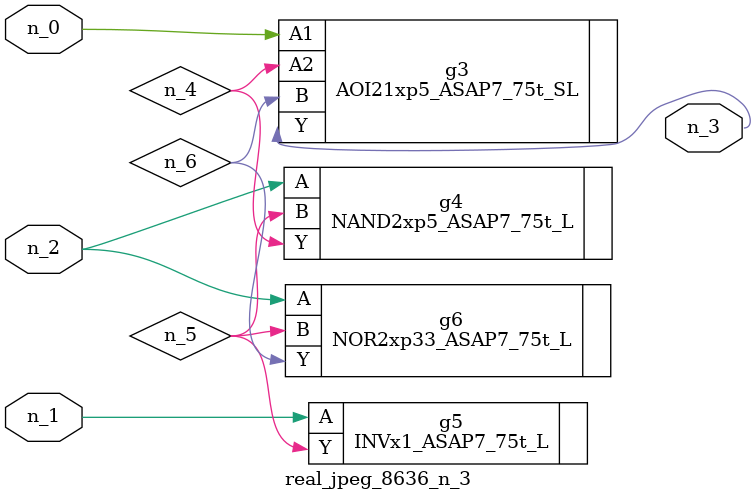
<source format=v>
module real_jpeg_8636_n_3 (n_1, n_0, n_2, n_3);

input n_1;
input n_0;
input n_2;

output n_3;

wire n_5;
wire n_4;
wire n_6;

AOI21xp5_ASAP7_75t_SL g3 ( 
.A1(n_0),
.A2(n_4),
.B(n_6),
.Y(n_3)
);

INVx1_ASAP7_75t_L g5 ( 
.A(n_1),
.Y(n_5)
);

NAND2xp5_ASAP7_75t_L g4 ( 
.A(n_2),
.B(n_5),
.Y(n_4)
);

NOR2xp33_ASAP7_75t_L g6 ( 
.A(n_2),
.B(n_5),
.Y(n_6)
);


endmodule
</source>
